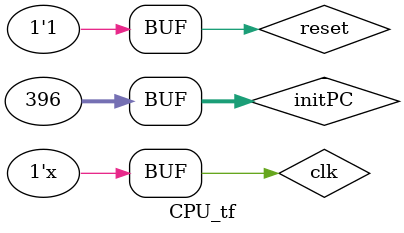
<source format=v>
`timescale 1ns / 1ps


module CPU_tf;

	// Inputs
	reg clk;
	reg reset;
	reg [31:0] initPC;

	// Outputs
	wire [5:0] opCode;
	wire [31:0] rbOut1;
	wire [31:0] rbOut2;
	wire [31:0] ALUResult;
	wire [31:0] curPC;
	wire [31:0] extOut;
	wire zero;

	// Instantiate the Unit Under Test (UUT)
	CPU uut (
		.clk(clk), 
		.reset(reset), 
		.opCode(opCode), 
		.rbOut1(rbOut1), 
		.rbOut2(rbOut2), 
		.ALUResult(ALUResult), 
		.curPC(curPC),
		.initPC(initPC),
		.zero(zero),
		.extOut(extOut)
	);

	initial begin
		// Initialize Inputs
		clk = 0;
		reset = 0;
		initPC = 32'h0000018c;

		// Wait 1000 ns for global reset to finish
		#1000;
        
		// Add stimulus here
		reset = 1;
		
	end
	always #1000 clk = ~clk;
      
endmodule


</source>
